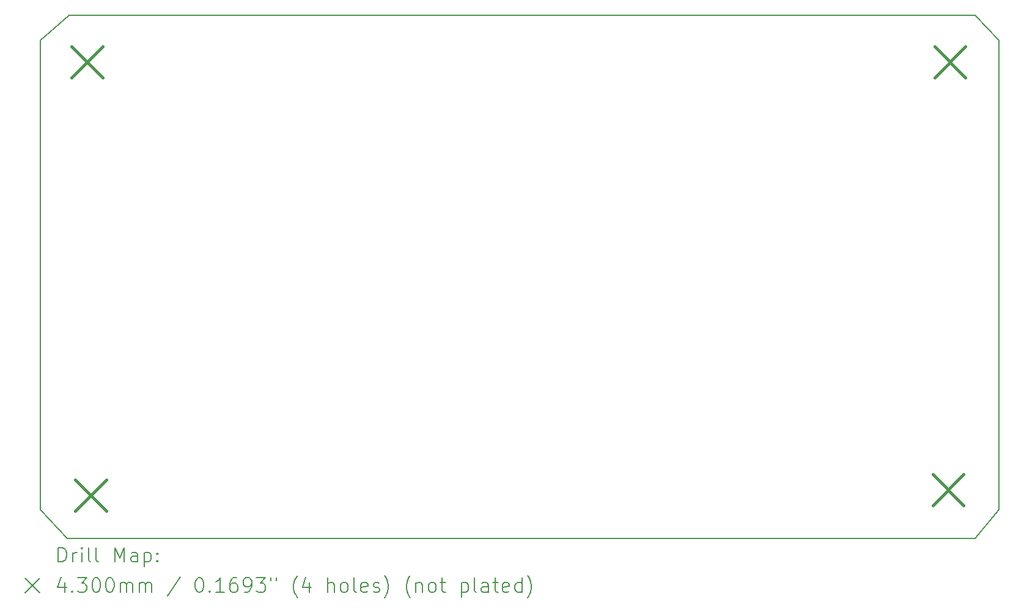
<source format=gbr>
%TF.GenerationSoftware,KiCad,Pcbnew,8.0.8*%
%TF.CreationDate,2025-02-09T14:05:18-05:00*%
%TF.ProjectId,AetherX_KiCad,41657468-6572-4585-9f4b-694361642e6b,rev?*%
%TF.SameCoordinates,Original*%
%TF.FileFunction,Drillmap*%
%TF.FilePolarity,Positive*%
%FSLAX45Y45*%
G04 Gerber Fmt 4.5, Leading zero omitted, Abs format (unit mm)*
G04 Created by KiCad (PCBNEW 8.0.8) date 2025-02-09 14:05:18*
%MOMM*%
%LPD*%
G01*
G04 APERTURE LIST*
%ADD10C,0.200000*%
%ADD11C,0.430000*%
G04 APERTURE END LIST*
D10*
X9550000Y-13125000D02*
X9925000Y-13525000D01*
X22825000Y-6625000D02*
X22825000Y-13125000D01*
X22500000Y-6275000D02*
X22825000Y-6625000D01*
X9550000Y-6625000D02*
X9550000Y-13125000D01*
X9925000Y-13525000D02*
X22500000Y-13525000D01*
X9950000Y-6275000D02*
X9550000Y-6625000D01*
X22825000Y-13125000D02*
X22500000Y-13525000D01*
X9950000Y-6275000D02*
X22500000Y-6275000D01*
D11*
X9985000Y-6710000D02*
X10415000Y-7140000D01*
X10415000Y-6710000D02*
X9985000Y-7140000D01*
X10035000Y-12710000D02*
X10465000Y-13140000D01*
X10465000Y-12710000D02*
X10035000Y-13140000D01*
X21910000Y-12635000D02*
X22340000Y-13065000D01*
X22340000Y-12635000D02*
X21910000Y-13065000D01*
X21935000Y-6710000D02*
X22365000Y-7140000D01*
X22365000Y-6710000D02*
X21935000Y-7140000D01*
D10*
X9800777Y-13846484D02*
X9800777Y-13646484D01*
X9800777Y-13646484D02*
X9848396Y-13646484D01*
X9848396Y-13646484D02*
X9876967Y-13656008D01*
X9876967Y-13656008D02*
X9896015Y-13675055D01*
X9896015Y-13675055D02*
X9905539Y-13694103D01*
X9905539Y-13694103D02*
X9915063Y-13732198D01*
X9915063Y-13732198D02*
X9915063Y-13760769D01*
X9915063Y-13760769D02*
X9905539Y-13798865D01*
X9905539Y-13798865D02*
X9896015Y-13817912D01*
X9896015Y-13817912D02*
X9876967Y-13836960D01*
X9876967Y-13836960D02*
X9848396Y-13846484D01*
X9848396Y-13846484D02*
X9800777Y-13846484D01*
X10000777Y-13846484D02*
X10000777Y-13713150D01*
X10000777Y-13751246D02*
X10010301Y-13732198D01*
X10010301Y-13732198D02*
X10019824Y-13722674D01*
X10019824Y-13722674D02*
X10038872Y-13713150D01*
X10038872Y-13713150D02*
X10057920Y-13713150D01*
X10124586Y-13846484D02*
X10124586Y-13713150D01*
X10124586Y-13646484D02*
X10115063Y-13656008D01*
X10115063Y-13656008D02*
X10124586Y-13665531D01*
X10124586Y-13665531D02*
X10134110Y-13656008D01*
X10134110Y-13656008D02*
X10124586Y-13646484D01*
X10124586Y-13646484D02*
X10124586Y-13665531D01*
X10248396Y-13846484D02*
X10229348Y-13836960D01*
X10229348Y-13836960D02*
X10219824Y-13817912D01*
X10219824Y-13817912D02*
X10219824Y-13646484D01*
X10353158Y-13846484D02*
X10334110Y-13836960D01*
X10334110Y-13836960D02*
X10324586Y-13817912D01*
X10324586Y-13817912D02*
X10324586Y-13646484D01*
X10581729Y-13846484D02*
X10581729Y-13646484D01*
X10581729Y-13646484D02*
X10648396Y-13789341D01*
X10648396Y-13789341D02*
X10715063Y-13646484D01*
X10715063Y-13646484D02*
X10715063Y-13846484D01*
X10896015Y-13846484D02*
X10896015Y-13741722D01*
X10896015Y-13741722D02*
X10886491Y-13722674D01*
X10886491Y-13722674D02*
X10867444Y-13713150D01*
X10867444Y-13713150D02*
X10829348Y-13713150D01*
X10829348Y-13713150D02*
X10810301Y-13722674D01*
X10896015Y-13836960D02*
X10876967Y-13846484D01*
X10876967Y-13846484D02*
X10829348Y-13846484D01*
X10829348Y-13846484D02*
X10810301Y-13836960D01*
X10810301Y-13836960D02*
X10800777Y-13817912D01*
X10800777Y-13817912D02*
X10800777Y-13798865D01*
X10800777Y-13798865D02*
X10810301Y-13779817D01*
X10810301Y-13779817D02*
X10829348Y-13770293D01*
X10829348Y-13770293D02*
X10876967Y-13770293D01*
X10876967Y-13770293D02*
X10896015Y-13760769D01*
X10991253Y-13713150D02*
X10991253Y-13913150D01*
X10991253Y-13722674D02*
X11010301Y-13713150D01*
X11010301Y-13713150D02*
X11048396Y-13713150D01*
X11048396Y-13713150D02*
X11067444Y-13722674D01*
X11067444Y-13722674D02*
X11076967Y-13732198D01*
X11076967Y-13732198D02*
X11086491Y-13751246D01*
X11086491Y-13751246D02*
X11086491Y-13808388D01*
X11086491Y-13808388D02*
X11076967Y-13827436D01*
X11076967Y-13827436D02*
X11067444Y-13836960D01*
X11067444Y-13836960D02*
X11048396Y-13846484D01*
X11048396Y-13846484D02*
X11010301Y-13846484D01*
X11010301Y-13846484D02*
X10991253Y-13836960D01*
X11172205Y-13827436D02*
X11181729Y-13836960D01*
X11181729Y-13836960D02*
X11172205Y-13846484D01*
X11172205Y-13846484D02*
X11162682Y-13836960D01*
X11162682Y-13836960D02*
X11172205Y-13827436D01*
X11172205Y-13827436D02*
X11172205Y-13846484D01*
X11172205Y-13722674D02*
X11181729Y-13732198D01*
X11181729Y-13732198D02*
X11172205Y-13741722D01*
X11172205Y-13741722D02*
X11162682Y-13732198D01*
X11162682Y-13732198D02*
X11172205Y-13722674D01*
X11172205Y-13722674D02*
X11172205Y-13741722D01*
X9340000Y-14075000D02*
X9540000Y-14275000D01*
X9540000Y-14075000D02*
X9340000Y-14275000D01*
X9886491Y-14133150D02*
X9886491Y-14266484D01*
X9838872Y-14056960D02*
X9791253Y-14199817D01*
X9791253Y-14199817D02*
X9915063Y-14199817D01*
X9991253Y-14247436D02*
X10000777Y-14256960D01*
X10000777Y-14256960D02*
X9991253Y-14266484D01*
X9991253Y-14266484D02*
X9981729Y-14256960D01*
X9981729Y-14256960D02*
X9991253Y-14247436D01*
X9991253Y-14247436D02*
X9991253Y-14266484D01*
X10067444Y-14066484D02*
X10191253Y-14066484D01*
X10191253Y-14066484D02*
X10124586Y-14142674D01*
X10124586Y-14142674D02*
X10153158Y-14142674D01*
X10153158Y-14142674D02*
X10172205Y-14152198D01*
X10172205Y-14152198D02*
X10181729Y-14161722D01*
X10181729Y-14161722D02*
X10191253Y-14180769D01*
X10191253Y-14180769D02*
X10191253Y-14228388D01*
X10191253Y-14228388D02*
X10181729Y-14247436D01*
X10181729Y-14247436D02*
X10172205Y-14256960D01*
X10172205Y-14256960D02*
X10153158Y-14266484D01*
X10153158Y-14266484D02*
X10096015Y-14266484D01*
X10096015Y-14266484D02*
X10076967Y-14256960D01*
X10076967Y-14256960D02*
X10067444Y-14247436D01*
X10315063Y-14066484D02*
X10334110Y-14066484D01*
X10334110Y-14066484D02*
X10353158Y-14076008D01*
X10353158Y-14076008D02*
X10362682Y-14085531D01*
X10362682Y-14085531D02*
X10372205Y-14104579D01*
X10372205Y-14104579D02*
X10381729Y-14142674D01*
X10381729Y-14142674D02*
X10381729Y-14190293D01*
X10381729Y-14190293D02*
X10372205Y-14228388D01*
X10372205Y-14228388D02*
X10362682Y-14247436D01*
X10362682Y-14247436D02*
X10353158Y-14256960D01*
X10353158Y-14256960D02*
X10334110Y-14266484D01*
X10334110Y-14266484D02*
X10315063Y-14266484D01*
X10315063Y-14266484D02*
X10296015Y-14256960D01*
X10296015Y-14256960D02*
X10286491Y-14247436D01*
X10286491Y-14247436D02*
X10276967Y-14228388D01*
X10276967Y-14228388D02*
X10267444Y-14190293D01*
X10267444Y-14190293D02*
X10267444Y-14142674D01*
X10267444Y-14142674D02*
X10276967Y-14104579D01*
X10276967Y-14104579D02*
X10286491Y-14085531D01*
X10286491Y-14085531D02*
X10296015Y-14076008D01*
X10296015Y-14076008D02*
X10315063Y-14066484D01*
X10505539Y-14066484D02*
X10524586Y-14066484D01*
X10524586Y-14066484D02*
X10543634Y-14076008D01*
X10543634Y-14076008D02*
X10553158Y-14085531D01*
X10553158Y-14085531D02*
X10562682Y-14104579D01*
X10562682Y-14104579D02*
X10572205Y-14142674D01*
X10572205Y-14142674D02*
X10572205Y-14190293D01*
X10572205Y-14190293D02*
X10562682Y-14228388D01*
X10562682Y-14228388D02*
X10553158Y-14247436D01*
X10553158Y-14247436D02*
X10543634Y-14256960D01*
X10543634Y-14256960D02*
X10524586Y-14266484D01*
X10524586Y-14266484D02*
X10505539Y-14266484D01*
X10505539Y-14266484D02*
X10486491Y-14256960D01*
X10486491Y-14256960D02*
X10476967Y-14247436D01*
X10476967Y-14247436D02*
X10467444Y-14228388D01*
X10467444Y-14228388D02*
X10457920Y-14190293D01*
X10457920Y-14190293D02*
X10457920Y-14142674D01*
X10457920Y-14142674D02*
X10467444Y-14104579D01*
X10467444Y-14104579D02*
X10476967Y-14085531D01*
X10476967Y-14085531D02*
X10486491Y-14076008D01*
X10486491Y-14076008D02*
X10505539Y-14066484D01*
X10657920Y-14266484D02*
X10657920Y-14133150D01*
X10657920Y-14152198D02*
X10667444Y-14142674D01*
X10667444Y-14142674D02*
X10686491Y-14133150D01*
X10686491Y-14133150D02*
X10715063Y-14133150D01*
X10715063Y-14133150D02*
X10734110Y-14142674D01*
X10734110Y-14142674D02*
X10743634Y-14161722D01*
X10743634Y-14161722D02*
X10743634Y-14266484D01*
X10743634Y-14161722D02*
X10753158Y-14142674D01*
X10753158Y-14142674D02*
X10772205Y-14133150D01*
X10772205Y-14133150D02*
X10800777Y-14133150D01*
X10800777Y-14133150D02*
X10819825Y-14142674D01*
X10819825Y-14142674D02*
X10829348Y-14161722D01*
X10829348Y-14161722D02*
X10829348Y-14266484D01*
X10924586Y-14266484D02*
X10924586Y-14133150D01*
X10924586Y-14152198D02*
X10934110Y-14142674D01*
X10934110Y-14142674D02*
X10953158Y-14133150D01*
X10953158Y-14133150D02*
X10981729Y-14133150D01*
X10981729Y-14133150D02*
X11000777Y-14142674D01*
X11000777Y-14142674D02*
X11010301Y-14161722D01*
X11010301Y-14161722D02*
X11010301Y-14266484D01*
X11010301Y-14161722D02*
X11019825Y-14142674D01*
X11019825Y-14142674D02*
X11038872Y-14133150D01*
X11038872Y-14133150D02*
X11067444Y-14133150D01*
X11067444Y-14133150D02*
X11086491Y-14142674D01*
X11086491Y-14142674D02*
X11096015Y-14161722D01*
X11096015Y-14161722D02*
X11096015Y-14266484D01*
X11486491Y-14056960D02*
X11315063Y-14314103D01*
X11743634Y-14066484D02*
X11762682Y-14066484D01*
X11762682Y-14066484D02*
X11781729Y-14076008D01*
X11781729Y-14076008D02*
X11791253Y-14085531D01*
X11791253Y-14085531D02*
X11800777Y-14104579D01*
X11800777Y-14104579D02*
X11810301Y-14142674D01*
X11810301Y-14142674D02*
X11810301Y-14190293D01*
X11810301Y-14190293D02*
X11800777Y-14228388D01*
X11800777Y-14228388D02*
X11791253Y-14247436D01*
X11791253Y-14247436D02*
X11781729Y-14256960D01*
X11781729Y-14256960D02*
X11762682Y-14266484D01*
X11762682Y-14266484D02*
X11743634Y-14266484D01*
X11743634Y-14266484D02*
X11724586Y-14256960D01*
X11724586Y-14256960D02*
X11715063Y-14247436D01*
X11715063Y-14247436D02*
X11705539Y-14228388D01*
X11705539Y-14228388D02*
X11696015Y-14190293D01*
X11696015Y-14190293D02*
X11696015Y-14142674D01*
X11696015Y-14142674D02*
X11705539Y-14104579D01*
X11705539Y-14104579D02*
X11715063Y-14085531D01*
X11715063Y-14085531D02*
X11724586Y-14076008D01*
X11724586Y-14076008D02*
X11743634Y-14066484D01*
X11896015Y-14247436D02*
X11905539Y-14256960D01*
X11905539Y-14256960D02*
X11896015Y-14266484D01*
X11896015Y-14266484D02*
X11886491Y-14256960D01*
X11886491Y-14256960D02*
X11896015Y-14247436D01*
X11896015Y-14247436D02*
X11896015Y-14266484D01*
X12096015Y-14266484D02*
X11981729Y-14266484D01*
X12038872Y-14266484D02*
X12038872Y-14066484D01*
X12038872Y-14066484D02*
X12019825Y-14095055D01*
X12019825Y-14095055D02*
X12000777Y-14114103D01*
X12000777Y-14114103D02*
X11981729Y-14123627D01*
X12267444Y-14066484D02*
X12229348Y-14066484D01*
X12229348Y-14066484D02*
X12210301Y-14076008D01*
X12210301Y-14076008D02*
X12200777Y-14085531D01*
X12200777Y-14085531D02*
X12181729Y-14114103D01*
X12181729Y-14114103D02*
X12172206Y-14152198D01*
X12172206Y-14152198D02*
X12172206Y-14228388D01*
X12172206Y-14228388D02*
X12181729Y-14247436D01*
X12181729Y-14247436D02*
X12191253Y-14256960D01*
X12191253Y-14256960D02*
X12210301Y-14266484D01*
X12210301Y-14266484D02*
X12248396Y-14266484D01*
X12248396Y-14266484D02*
X12267444Y-14256960D01*
X12267444Y-14256960D02*
X12276967Y-14247436D01*
X12276967Y-14247436D02*
X12286491Y-14228388D01*
X12286491Y-14228388D02*
X12286491Y-14180769D01*
X12286491Y-14180769D02*
X12276967Y-14161722D01*
X12276967Y-14161722D02*
X12267444Y-14152198D01*
X12267444Y-14152198D02*
X12248396Y-14142674D01*
X12248396Y-14142674D02*
X12210301Y-14142674D01*
X12210301Y-14142674D02*
X12191253Y-14152198D01*
X12191253Y-14152198D02*
X12181729Y-14161722D01*
X12181729Y-14161722D02*
X12172206Y-14180769D01*
X12381729Y-14266484D02*
X12419825Y-14266484D01*
X12419825Y-14266484D02*
X12438872Y-14256960D01*
X12438872Y-14256960D02*
X12448396Y-14247436D01*
X12448396Y-14247436D02*
X12467444Y-14218865D01*
X12467444Y-14218865D02*
X12476967Y-14180769D01*
X12476967Y-14180769D02*
X12476967Y-14104579D01*
X12476967Y-14104579D02*
X12467444Y-14085531D01*
X12467444Y-14085531D02*
X12457920Y-14076008D01*
X12457920Y-14076008D02*
X12438872Y-14066484D01*
X12438872Y-14066484D02*
X12400777Y-14066484D01*
X12400777Y-14066484D02*
X12381729Y-14076008D01*
X12381729Y-14076008D02*
X12372206Y-14085531D01*
X12372206Y-14085531D02*
X12362682Y-14104579D01*
X12362682Y-14104579D02*
X12362682Y-14152198D01*
X12362682Y-14152198D02*
X12372206Y-14171246D01*
X12372206Y-14171246D02*
X12381729Y-14180769D01*
X12381729Y-14180769D02*
X12400777Y-14190293D01*
X12400777Y-14190293D02*
X12438872Y-14190293D01*
X12438872Y-14190293D02*
X12457920Y-14180769D01*
X12457920Y-14180769D02*
X12467444Y-14171246D01*
X12467444Y-14171246D02*
X12476967Y-14152198D01*
X12543634Y-14066484D02*
X12667444Y-14066484D01*
X12667444Y-14066484D02*
X12600777Y-14142674D01*
X12600777Y-14142674D02*
X12629348Y-14142674D01*
X12629348Y-14142674D02*
X12648396Y-14152198D01*
X12648396Y-14152198D02*
X12657920Y-14161722D01*
X12657920Y-14161722D02*
X12667444Y-14180769D01*
X12667444Y-14180769D02*
X12667444Y-14228388D01*
X12667444Y-14228388D02*
X12657920Y-14247436D01*
X12657920Y-14247436D02*
X12648396Y-14256960D01*
X12648396Y-14256960D02*
X12629348Y-14266484D01*
X12629348Y-14266484D02*
X12572206Y-14266484D01*
X12572206Y-14266484D02*
X12553158Y-14256960D01*
X12553158Y-14256960D02*
X12543634Y-14247436D01*
X12743634Y-14066484D02*
X12743634Y-14104579D01*
X12819825Y-14066484D02*
X12819825Y-14104579D01*
X13115063Y-14342674D02*
X13105539Y-14333150D01*
X13105539Y-14333150D02*
X13086491Y-14304579D01*
X13086491Y-14304579D02*
X13076968Y-14285531D01*
X13076968Y-14285531D02*
X13067444Y-14256960D01*
X13067444Y-14256960D02*
X13057920Y-14209341D01*
X13057920Y-14209341D02*
X13057920Y-14171246D01*
X13057920Y-14171246D02*
X13067444Y-14123627D01*
X13067444Y-14123627D02*
X13076968Y-14095055D01*
X13076968Y-14095055D02*
X13086491Y-14076008D01*
X13086491Y-14076008D02*
X13105539Y-14047436D01*
X13105539Y-14047436D02*
X13115063Y-14037912D01*
X13276968Y-14133150D02*
X13276968Y-14266484D01*
X13229348Y-14056960D02*
X13181729Y-14199817D01*
X13181729Y-14199817D02*
X13305539Y-14199817D01*
X13534110Y-14266484D02*
X13534110Y-14066484D01*
X13619825Y-14266484D02*
X13619825Y-14161722D01*
X13619825Y-14161722D02*
X13610301Y-14142674D01*
X13610301Y-14142674D02*
X13591253Y-14133150D01*
X13591253Y-14133150D02*
X13562682Y-14133150D01*
X13562682Y-14133150D02*
X13543634Y-14142674D01*
X13543634Y-14142674D02*
X13534110Y-14152198D01*
X13743634Y-14266484D02*
X13724587Y-14256960D01*
X13724587Y-14256960D02*
X13715063Y-14247436D01*
X13715063Y-14247436D02*
X13705539Y-14228388D01*
X13705539Y-14228388D02*
X13705539Y-14171246D01*
X13705539Y-14171246D02*
X13715063Y-14152198D01*
X13715063Y-14152198D02*
X13724587Y-14142674D01*
X13724587Y-14142674D02*
X13743634Y-14133150D01*
X13743634Y-14133150D02*
X13772206Y-14133150D01*
X13772206Y-14133150D02*
X13791253Y-14142674D01*
X13791253Y-14142674D02*
X13800777Y-14152198D01*
X13800777Y-14152198D02*
X13810301Y-14171246D01*
X13810301Y-14171246D02*
X13810301Y-14228388D01*
X13810301Y-14228388D02*
X13800777Y-14247436D01*
X13800777Y-14247436D02*
X13791253Y-14256960D01*
X13791253Y-14256960D02*
X13772206Y-14266484D01*
X13772206Y-14266484D02*
X13743634Y-14266484D01*
X13924587Y-14266484D02*
X13905539Y-14256960D01*
X13905539Y-14256960D02*
X13896015Y-14237912D01*
X13896015Y-14237912D02*
X13896015Y-14066484D01*
X14076968Y-14256960D02*
X14057920Y-14266484D01*
X14057920Y-14266484D02*
X14019825Y-14266484D01*
X14019825Y-14266484D02*
X14000777Y-14256960D01*
X14000777Y-14256960D02*
X13991253Y-14237912D01*
X13991253Y-14237912D02*
X13991253Y-14161722D01*
X13991253Y-14161722D02*
X14000777Y-14142674D01*
X14000777Y-14142674D02*
X14019825Y-14133150D01*
X14019825Y-14133150D02*
X14057920Y-14133150D01*
X14057920Y-14133150D02*
X14076968Y-14142674D01*
X14076968Y-14142674D02*
X14086491Y-14161722D01*
X14086491Y-14161722D02*
X14086491Y-14180769D01*
X14086491Y-14180769D02*
X13991253Y-14199817D01*
X14162682Y-14256960D02*
X14181730Y-14266484D01*
X14181730Y-14266484D02*
X14219825Y-14266484D01*
X14219825Y-14266484D02*
X14238872Y-14256960D01*
X14238872Y-14256960D02*
X14248396Y-14237912D01*
X14248396Y-14237912D02*
X14248396Y-14228388D01*
X14248396Y-14228388D02*
X14238872Y-14209341D01*
X14238872Y-14209341D02*
X14219825Y-14199817D01*
X14219825Y-14199817D02*
X14191253Y-14199817D01*
X14191253Y-14199817D02*
X14172206Y-14190293D01*
X14172206Y-14190293D02*
X14162682Y-14171246D01*
X14162682Y-14171246D02*
X14162682Y-14161722D01*
X14162682Y-14161722D02*
X14172206Y-14142674D01*
X14172206Y-14142674D02*
X14191253Y-14133150D01*
X14191253Y-14133150D02*
X14219825Y-14133150D01*
X14219825Y-14133150D02*
X14238872Y-14142674D01*
X14315063Y-14342674D02*
X14324587Y-14333150D01*
X14324587Y-14333150D02*
X14343634Y-14304579D01*
X14343634Y-14304579D02*
X14353158Y-14285531D01*
X14353158Y-14285531D02*
X14362682Y-14256960D01*
X14362682Y-14256960D02*
X14372206Y-14209341D01*
X14372206Y-14209341D02*
X14372206Y-14171246D01*
X14372206Y-14171246D02*
X14362682Y-14123627D01*
X14362682Y-14123627D02*
X14353158Y-14095055D01*
X14353158Y-14095055D02*
X14343634Y-14076008D01*
X14343634Y-14076008D02*
X14324587Y-14047436D01*
X14324587Y-14047436D02*
X14315063Y-14037912D01*
X14676968Y-14342674D02*
X14667444Y-14333150D01*
X14667444Y-14333150D02*
X14648396Y-14304579D01*
X14648396Y-14304579D02*
X14638872Y-14285531D01*
X14638872Y-14285531D02*
X14629349Y-14256960D01*
X14629349Y-14256960D02*
X14619825Y-14209341D01*
X14619825Y-14209341D02*
X14619825Y-14171246D01*
X14619825Y-14171246D02*
X14629349Y-14123627D01*
X14629349Y-14123627D02*
X14638872Y-14095055D01*
X14638872Y-14095055D02*
X14648396Y-14076008D01*
X14648396Y-14076008D02*
X14667444Y-14047436D01*
X14667444Y-14047436D02*
X14676968Y-14037912D01*
X14753158Y-14133150D02*
X14753158Y-14266484D01*
X14753158Y-14152198D02*
X14762682Y-14142674D01*
X14762682Y-14142674D02*
X14781730Y-14133150D01*
X14781730Y-14133150D02*
X14810301Y-14133150D01*
X14810301Y-14133150D02*
X14829349Y-14142674D01*
X14829349Y-14142674D02*
X14838872Y-14161722D01*
X14838872Y-14161722D02*
X14838872Y-14266484D01*
X14962682Y-14266484D02*
X14943634Y-14256960D01*
X14943634Y-14256960D02*
X14934111Y-14247436D01*
X14934111Y-14247436D02*
X14924587Y-14228388D01*
X14924587Y-14228388D02*
X14924587Y-14171246D01*
X14924587Y-14171246D02*
X14934111Y-14152198D01*
X14934111Y-14152198D02*
X14943634Y-14142674D01*
X14943634Y-14142674D02*
X14962682Y-14133150D01*
X14962682Y-14133150D02*
X14991253Y-14133150D01*
X14991253Y-14133150D02*
X15010301Y-14142674D01*
X15010301Y-14142674D02*
X15019825Y-14152198D01*
X15019825Y-14152198D02*
X15029349Y-14171246D01*
X15029349Y-14171246D02*
X15029349Y-14228388D01*
X15029349Y-14228388D02*
X15019825Y-14247436D01*
X15019825Y-14247436D02*
X15010301Y-14256960D01*
X15010301Y-14256960D02*
X14991253Y-14266484D01*
X14991253Y-14266484D02*
X14962682Y-14266484D01*
X15086492Y-14133150D02*
X15162682Y-14133150D01*
X15115063Y-14066484D02*
X15115063Y-14237912D01*
X15115063Y-14237912D02*
X15124587Y-14256960D01*
X15124587Y-14256960D02*
X15143634Y-14266484D01*
X15143634Y-14266484D02*
X15162682Y-14266484D01*
X15381730Y-14133150D02*
X15381730Y-14333150D01*
X15381730Y-14142674D02*
X15400777Y-14133150D01*
X15400777Y-14133150D02*
X15438873Y-14133150D01*
X15438873Y-14133150D02*
X15457920Y-14142674D01*
X15457920Y-14142674D02*
X15467444Y-14152198D01*
X15467444Y-14152198D02*
X15476968Y-14171246D01*
X15476968Y-14171246D02*
X15476968Y-14228388D01*
X15476968Y-14228388D02*
X15467444Y-14247436D01*
X15467444Y-14247436D02*
X15457920Y-14256960D01*
X15457920Y-14256960D02*
X15438873Y-14266484D01*
X15438873Y-14266484D02*
X15400777Y-14266484D01*
X15400777Y-14266484D02*
X15381730Y-14256960D01*
X15591253Y-14266484D02*
X15572206Y-14256960D01*
X15572206Y-14256960D02*
X15562682Y-14237912D01*
X15562682Y-14237912D02*
X15562682Y-14066484D01*
X15753158Y-14266484D02*
X15753158Y-14161722D01*
X15753158Y-14161722D02*
X15743634Y-14142674D01*
X15743634Y-14142674D02*
X15724587Y-14133150D01*
X15724587Y-14133150D02*
X15686492Y-14133150D01*
X15686492Y-14133150D02*
X15667444Y-14142674D01*
X15753158Y-14256960D02*
X15734111Y-14266484D01*
X15734111Y-14266484D02*
X15686492Y-14266484D01*
X15686492Y-14266484D02*
X15667444Y-14256960D01*
X15667444Y-14256960D02*
X15657920Y-14237912D01*
X15657920Y-14237912D02*
X15657920Y-14218865D01*
X15657920Y-14218865D02*
X15667444Y-14199817D01*
X15667444Y-14199817D02*
X15686492Y-14190293D01*
X15686492Y-14190293D02*
X15734111Y-14190293D01*
X15734111Y-14190293D02*
X15753158Y-14180769D01*
X15819825Y-14133150D02*
X15896015Y-14133150D01*
X15848396Y-14066484D02*
X15848396Y-14237912D01*
X15848396Y-14237912D02*
X15857920Y-14256960D01*
X15857920Y-14256960D02*
X15876968Y-14266484D01*
X15876968Y-14266484D02*
X15896015Y-14266484D01*
X16038873Y-14256960D02*
X16019825Y-14266484D01*
X16019825Y-14266484D02*
X15981730Y-14266484D01*
X15981730Y-14266484D02*
X15962682Y-14256960D01*
X15962682Y-14256960D02*
X15953158Y-14237912D01*
X15953158Y-14237912D02*
X15953158Y-14161722D01*
X15953158Y-14161722D02*
X15962682Y-14142674D01*
X15962682Y-14142674D02*
X15981730Y-14133150D01*
X15981730Y-14133150D02*
X16019825Y-14133150D01*
X16019825Y-14133150D02*
X16038873Y-14142674D01*
X16038873Y-14142674D02*
X16048396Y-14161722D01*
X16048396Y-14161722D02*
X16048396Y-14180769D01*
X16048396Y-14180769D02*
X15953158Y-14199817D01*
X16219825Y-14266484D02*
X16219825Y-14066484D01*
X16219825Y-14256960D02*
X16200777Y-14266484D01*
X16200777Y-14266484D02*
X16162682Y-14266484D01*
X16162682Y-14266484D02*
X16143634Y-14256960D01*
X16143634Y-14256960D02*
X16134111Y-14247436D01*
X16134111Y-14247436D02*
X16124587Y-14228388D01*
X16124587Y-14228388D02*
X16124587Y-14171246D01*
X16124587Y-14171246D02*
X16134111Y-14152198D01*
X16134111Y-14152198D02*
X16143634Y-14142674D01*
X16143634Y-14142674D02*
X16162682Y-14133150D01*
X16162682Y-14133150D02*
X16200777Y-14133150D01*
X16200777Y-14133150D02*
X16219825Y-14142674D01*
X16296015Y-14342674D02*
X16305539Y-14333150D01*
X16305539Y-14333150D02*
X16324587Y-14304579D01*
X16324587Y-14304579D02*
X16334111Y-14285531D01*
X16334111Y-14285531D02*
X16343634Y-14256960D01*
X16343634Y-14256960D02*
X16353158Y-14209341D01*
X16353158Y-14209341D02*
X16353158Y-14171246D01*
X16353158Y-14171246D02*
X16343634Y-14123627D01*
X16343634Y-14123627D02*
X16334111Y-14095055D01*
X16334111Y-14095055D02*
X16324587Y-14076008D01*
X16324587Y-14076008D02*
X16305539Y-14047436D01*
X16305539Y-14047436D02*
X16296015Y-14037912D01*
M02*

</source>
